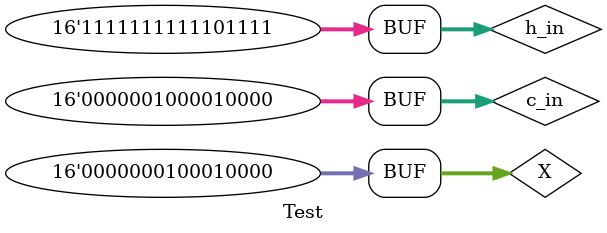
<source format=v>
`timescale 1ns / 1ps

module Test;

	// Inputs
	reg [15:0] c_in;
	reg [15:0] h_in;
	reg [15:0] X;

	// Outputs
	wire [15:0] c_out;
	wire [15:0] h_out;

	// Instantiate the Unit Under Test (UUT)
	lstm_cell uut (
		.c_in(c_in), 
		.h_in(h_in), 
		.X(X), 
		.c_out(c_out), 
		.h_out(h_out)
	);

	initial begin
		// Initialize Inputs
		c_in = 0;
		h_in = 0;
		X = 0;

		// Wait 100 ns for global reset to finish
		// Take not too large inputs such that they don't overflow and give proper results after right shift
		// Preferably, take inputs <4 && >-4
		// First 8 bits are integeral part and last 8 bits are fractional
		// All Numbers are signed 
		
                #200;
		X=-16'h0080;       // X = -0.5
		c_in=-16'h0100;    // c_in = -1
		h_in=16'h0280;     // h_in = 2.5

		$monitor("Cell State: %d, Output (After Activation):%d ",c_out,h_out);
		
		#200;
     		X=16'h0110;
		c_in=16'h0110;
		h_in=16'h0211;

		$monitor("Cell State: %d, Output (After Activation):%d ",c_out,h_out);
		
		#200;
	 	X=-16'h0110;
		c_in=16'h0120;
		h_in=16'h0011;

		$monitor("Cell State: %d, Output (After Activation):%d ",c_out,h_out);
		
		#200;
      		X=16'h0110;
		c_in=16'h0210;
		h_in=-16'h0011;

		$monitor("Cell State: %d, Output (After Activation):%d ",c_out,h_out);

	end
      
endmodule

</source>
